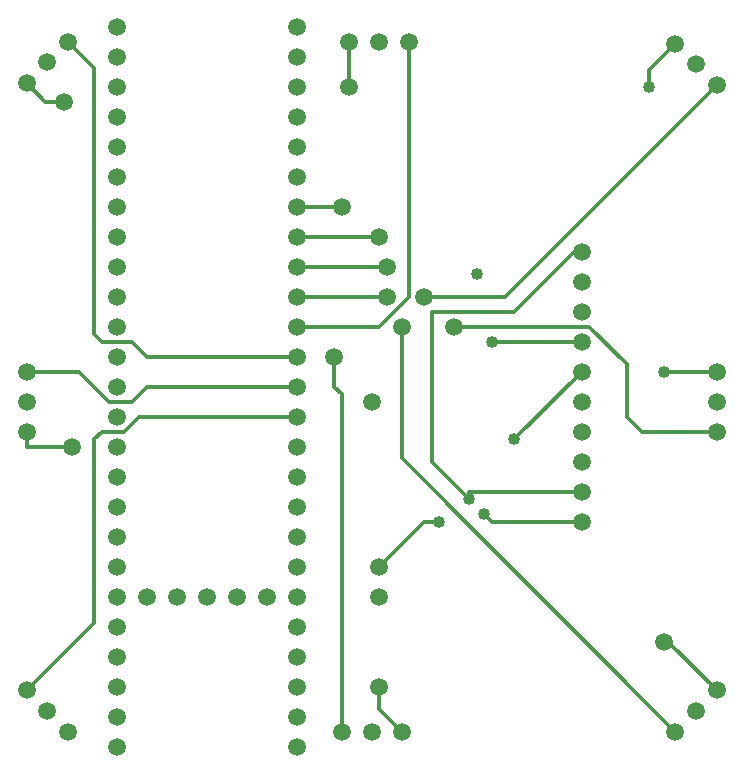
<source format=gbr>
G04 DipTrace 3.2.0.1*
G04 Bottom.gbr*
%MOIN*%
G04 #@! TF.FileFunction,Copper,L2,Bot*
G04 #@! TF.Part,Single*
G04 #@! TA.AperFunction,Conductor*
%ADD13C,0.012992*%
G04 #@! TA.AperFunction,ComponentPad*
%ADD14C,0.059055*%
%ADD15C,0.059055*%
G04 #@! TA.AperFunction,ViaPad*
%ADD16C,0.04*%
%FSLAX26Y26*%
G04*
G70*
G90*
G75*
G01*
G04 Bottom*
%LPD*%
X2619000Y819000D2*
D13*
X2631500D1*
X2794000Y656500D1*
X1669000Y669000D2*
Y594000D1*
X1744000Y519000D1*
X1569000Y2669000D2*
Y2819000D1*
X619000Y2619000D2*
X556501D1*
X494001Y2681500D1*
X644000Y1469000D2*
X494000D1*
Y1519000D1*
X2569000Y2669000D2*
Y2725248D1*
X2656501Y2812749D1*
X2619000Y1719000D2*
X2794000D1*
X1394000Y1569000D2*
X869000D1*
X819000Y1519000D1*
X744000D1*
X719000Y1494000D1*
Y881499D1*
X494001Y656500D1*
X1394000Y1669000D2*
X894000D1*
X844000Y1619000D1*
X769000D1*
X669000Y1719000D1*
X494000D1*
X1394000Y1769000D2*
X894000D1*
X844000Y1819000D1*
X744000D1*
X719000Y1844000D1*
Y2731499D1*
X631499Y2819000D1*
X1394000Y1869000D2*
X1669000D1*
X1769000Y1969000D1*
Y2819000D1*
X1394000Y1969000D2*
X1694000D1*
X1819000D2*
X2087751D1*
X2794003Y2675252D1*
X1394000Y2069000D2*
X1694000D1*
X1919000Y1869000D2*
X2369000D1*
X2494000Y1744000D1*
Y1569000D1*
X2544000Y1519000D1*
X2794000D1*
X1394000Y2169000D2*
X1669000D1*
X1744000Y1869000D2*
Y1431500D1*
X2656500Y519000D1*
X1544000Y2269000D2*
X1394000D1*
X1519000Y1769000D2*
Y1669000D1*
X1544000Y1644000D1*
Y519000D1*
X1869000Y1219000D2*
X1819000D1*
X1669000Y1069000D1*
X2344000Y1219000D2*
X2044000D1*
X2019000Y1244000D1*
X2344000Y1318999D2*
X1969000D1*
Y1294000D1*
X2344000Y2119000D2*
X2319000D1*
X2119000Y1919000D1*
X1844000D1*
Y1419000D1*
X1969000Y1294000D1*
X2344000Y1719000D2*
X2119000Y1494000D1*
X2344000Y1819000D2*
X2144000D1*
X2044000D1*
D16*
X2569000Y2669000D3*
X2019000Y1244000D3*
X1869000Y1219000D3*
X1969000Y1294000D3*
X2044000Y1819000D3*
X2119000Y1494000D3*
X1994000Y2044000D3*
X2619000Y1719000D3*
D14*
X1644000Y1619000D3*
D15*
X1669000Y969000D3*
Y1069000D3*
D14*
X2344000Y2119000D3*
D15*
X1569000Y2669000D3*
X1694000Y1969000D3*
X1819000D3*
D14*
X2344000Y2019000D3*
D15*
X1694000Y2069000D3*
X1669000Y2169000D3*
X1919000Y1869000D3*
X1744000D3*
X1544000Y2269000D3*
D14*
X2344000Y1919000D3*
D15*
X1519000Y1769000D3*
D14*
X2344000Y1819000D3*
Y1719000D3*
Y1619000D3*
Y1519000D3*
Y1419000D3*
Y1318999D3*
Y1219000D3*
D15*
X2619000Y819000D3*
X1669000Y669000D3*
Y2819000D3*
X1569000D3*
X1769000D3*
X1644000Y519000D3*
X1544000D3*
X1744000D3*
D14*
X494000Y1619000D3*
Y1719000D3*
Y1519000D3*
X2794000Y1619000D3*
Y1719000D3*
Y1519000D3*
D15*
X562749Y2750251D3*
X631499Y2819000D3*
X494001Y2681500D3*
Y656500D3*
X562751Y587749D3*
X2656501Y2812749D3*
X631503Y519003D3*
X2725251Y587751D3*
X2794000Y656500D3*
X2656500Y519000D3*
X2725249Y2744000D3*
X2794003Y2675252D3*
D14*
X794000Y2769000D3*
Y2669000D3*
Y2569000D3*
Y2469000D3*
Y2369000D3*
Y2269000D3*
Y2169000D3*
Y2069000D3*
Y1969000D3*
Y1869000D3*
Y1769000D3*
Y1669000D3*
Y1569000D3*
Y1469000D3*
Y1368999D3*
Y1269000D3*
Y1169000D3*
Y1068999D3*
Y969000D3*
Y869000D3*
Y768999D3*
Y669000D3*
Y569000D3*
Y469000D3*
X1394000Y2769000D3*
Y2569000D3*
Y2469000D3*
Y2369000D3*
Y2269000D3*
Y2169000D3*
Y2069000D3*
Y1969000D3*
Y1869000D3*
Y1769000D3*
Y1669000D3*
Y1569000D3*
Y1469000D3*
Y1368999D3*
Y1269000D3*
Y1169000D3*
Y1068999D3*
Y969000D3*
Y869000D3*
Y768999D3*
Y669000D3*
Y569000D3*
Y469000D3*
Y2669000D3*
X894000Y969000D3*
X994000D3*
X1094000D3*
X1194000D3*
X1294000D3*
X794000Y2869000D3*
X1394000D3*
D15*
X619000Y2619000D3*
X644000Y1469000D3*
M02*

</source>
